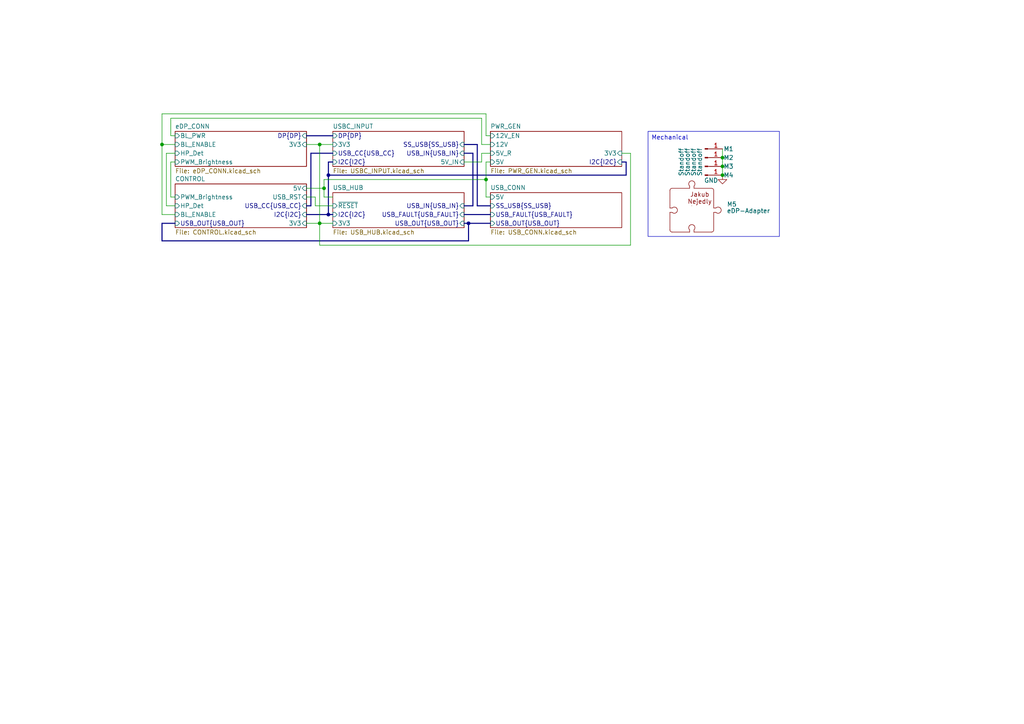
<source format=kicad_sch>
(kicad_sch (version 20250114) (generator "eeschema") (generator_version "9.0")
  (paper "A4")
  (lib_symbols
    (symbol "Connector:Conn_01x01_Pin" (pin_names (offset 1.016) (hide yes))
      (property "Reference" "J" (at 0 2.54 0))
      (property "Value" "Conn_01x01_Pin" (at 0 -2.54 0))
      (symbol "Conn_01x01_Pin_1_1"
        (rectangle (start 0.8636 0.127) (end 0 -0.127) (stroke (width 0.1524)) (fill (type outline)))
        (polyline (pts (xy 1.27 0) (xy 0.8636 0)) (stroke (width 0.1524)))
        (pin passive line (at 5.08 0 180) (length 3.81) (name "Pin_1") (number "1"))
      )
    )
    (symbol "PuzzLib:Logo"
      (property "Reference" "U" (at -2.794 3.302 0))
      (symbol "Logo_0_1"
        (polyline (pts (xy -6.35 0.635) (xy -6.35 5.715)))
        (polyline (pts (xy -6.35 0.635) (xy -5.715 0.635)))
        (polyline (pts (xy -6.35 -0.635) (xy -5.715 -0.635)))
        (polyline (pts (xy -6.35 -5.715) (xy -6.35 -0.635)))
        (polyline (pts (xy -5.715 6.35) (xy -0.635 6.35)))
        (arc (start -6.35 5.715) (mid -6.164 6.164) (end -5.715 6.35))
        (arc (start -5.715 -6.35) (mid -6.164 -6.164) (end -6.35 -5.715))
        (arc (start -4.445 0.635) (mid -4.182 0) (end -4.445 -0.635))
        (arc (start -4.445 -0.635) (mid -5.08 -0.898) (end -5.715 -0.635))
        (arc (start -5.715 0.635) (mid -5.08 0.898) (end -4.445 0.635))
        (polyline (pts (xy -0.635 6.35) (xy -0.635 6.985)))
        (polyline (pts (xy -0.635 -6.35) (xy -5.715 -6.35)))
        (polyline (pts (xy -0.635 -6.35) (xy -0.635 -5.715)))
        (arc (start 0.635 8.255) (mid 0.898 7.62) (end 0.635 6.985))
        (arc (start 0.635 -4.445) (mid 0.898 -5.08) (end 0.635 -5.715))
        (arc (start -0.635 6.985) (mid -0.898 7.62) (end -0.635 8.255))
        (arc (start -0.635 8.255) (mid 0 8.518) (end 0.635 8.255))
        (arc (start 0 1.27) (mid 0 1.27) (end 0 1.27))
        (arc (start -0.635 -5.715) (mid -0.898 -5.08) (end -0.635 -4.445))
        (arc (start -0.635 -4.445) (mid 0 -4.182) (end 0.635 -4.445))
        (polyline (pts (xy 0.635 6.35) (xy 0.635 6.985)))
        (polyline (pts (xy 0.635 6.35) (xy 5.715 6.35)))
        (polyline (pts (xy 0.635 -6.35) (xy 0.635 -5.715)))
        (polyline (pts (xy 0.635 -6.35) (xy 5.715 -6.35)))
        (arc (start 5.715 6.35) (mid 6.164 6.164) (end 6.35 5.715))
        (arc (start 6.35 -5.715) (mid 6.164 -6.164) (end 5.715 -6.35))
        (polyline (pts (xy 6.35 5.715) (xy 6.35 0.635)))
        (polyline (pts (xy 6.35 0.635) (xy 6.985 0.635)))
        (polyline (pts (xy 6.35 -0.635) (xy 6.35 -5.715)))
        (polyline (pts (xy 6.35 -0.635) (xy 6.985 -0.635)))
        (arc (start 8.255 -0.635) (mid 7.62 -0.898) (end 6.985 -0.635))
        (arc (start 8.255 0.635) (mid 8.518 0) (end 8.255 -0.635))
        (arc (start 6.985 0.635) (mid 7.62 0.898) (end 8.255 0.635))
      )
      (symbol "Logo_1_1"
        (text "Jakub\nNejedly" (at 2.286 3.556 0) (effects (font (size 1.27 1.27))))
      )
    )
    (symbol "power:GND" (power) (pin_names (offset 0))
      (property "Value" "GND" (at 0 -3.81 0))
      (symbol "GND_0_1"
        (polyline (pts (xy 0 0) (xy 0 -1.27) (xy 1.27 -1.27) (xy 0 -2.54) (xy -1.27 -1.27) (xy 0 -1.27)))
      )
      (symbol "GND_1_1"
        (pin power_in line (at 0 0 270) (length 0) (hide yes) (name "GND") (number "1"))
      )
    )
  )
  (bus_alias "DP" (members "0+" "0-" "1+" "1-" "2+" "2-" "3+" "3-" "AUX+" "AUX-"))
  (bus_alias "I2C" (members "SDA" "SCL"))
  (bus_alias "SS_USB" (members "TX+" "TX-" "RX+" "RX-"))
  (bus_alias "USB_CC" (members "_{1}" "_{2}"))
  (bus_alias "USB_FAULT" (members "EN[1..4]" "FAULT[1..4]"))
  (bus_alias "USB_IN" (members "+" "-"))
  (bus_alias "USB_OUT" (members "0+" "0-" "1+" "1-" "2+" "2-" "3+" "3-"))
  (text_box "Mechanical\n" (at 187.96 38.1 0) (size 38.1 30.48) (margins 0.9525 0.9525 0.9525 0.9525) (effects (font (size 1.27 1.27)) (justify left top)))
  (junction (at 209.55 45.72))
  (junction (at 92.71 64.77))
  (junction (at 95.25 62.23))
  (junction (at 92.71 41.91))
  (junction (at 95.25 50.8))
  (junction (at 140.97 52.07))
  (junction (at 135.89 64.77))
  (junction (at 46.99 41.91))
  (junction (at 93.98 54.61))
  (junction (at 209.55 48.26))
  (junction (at 209.55 50.8))
  (wire (pts (xy 50.8 44.45) (xy 48.26 44.45)))
  (bus (pts (xy 90.17 44.45) (xy 96.52 44.45)))
  (bus (pts (xy 95.25 62.23) (xy 96.52 62.23)))
  (bus (pts (xy 134.62 41.91) (xy 138.43 41.91)))
  (bus (pts (xy 138.43 59.69) (xy 142.24 59.69)))
  (bus (pts (xy 88.9 62.23) (xy 95.25 62.23)))
  (wire (pts (xy 88.9 64.77) (xy 92.71 64.77)))
  (bus (pts (xy 135.89 64.77) (xy 142.24 64.77)))
  (wire (pts (xy 92.71 71.12) (xy 182.88 71.12)))
  (bus (pts (xy 134.62 44.45) (xy 137.16 44.45)))
  (wire (pts (xy 142.24 57.15) (xy 140.97 57.15)))
  (wire (pts (xy 139.7 44.45) (xy 142.24 44.45)))
  (wire (pts (xy 140.97 57.15) (xy 140.97 52.07)))
  (wire (pts (xy 91.44 57.15) (xy 88.9 57.15)))
  (wire (pts (xy 46.99 33.02) (xy 46.99 41.91)))
  (wire (pts (xy 92.71 64.77) (xy 96.52 64.77)))
  (wire (pts (xy 182.88 44.45) (xy 182.88 71.12)))
  (wire (pts (xy 180.34 44.45) (xy 182.88 44.45)))
  (wire (pts (xy 140.97 33.02) (xy 46.99 33.02)))
  (wire (pts (xy 92.71 64.77) (xy 92.71 71.12)))
  (bus (pts (xy 137.16 59.69) (xy 134.62 59.69)))
  (wire (pts (xy 91.44 59.69) (xy 96.52 59.69)))
  (bus (pts (xy 95.25 50.8) (xy 181.61 50.8)))
  (wire (pts (xy 48.26 59.69) (xy 50.8 59.69)))
  (wire (pts (xy 88.9 41.91) (xy 92.71 41.91)))
  (bus (pts (xy 46.99 64.77) (xy 46.99 69.85)))
  (wire (pts (xy 93.98 57.15) (xy 93.98 54.61)))
  (wire (pts (xy 49.53 34.29) (xy 139.7 34.29)))
  (bus (pts (xy 90.17 59.69) (xy 88.9 59.69)))
  (bus (pts (xy 135.89 64.77) (xy 135.89 69.85)))
  (wire (pts (xy 140.97 46.99) (xy 140.97 52.07)))
  (wire (pts (xy 140.97 39.37) (xy 140.97 33.02)))
  (wire (pts (xy 209.55 48.26) (xy 209.55 50.8)))
  (bus (pts (xy 46.99 69.85) (xy 135.89 69.85)))
  (wire (pts (xy 46.99 41.91) (xy 50.8 41.91)))
  (wire (pts (xy 50.8 39.37) (xy 49.53 39.37)))
  (wire (pts (xy 209.55 45.72) (xy 209.55 48.26)))
  (wire (pts (xy 49.53 57.15) (xy 50.8 57.15)))
  (bus (pts (xy 88.9 39.37) (xy 96.52 39.37)))
  (bus (pts (xy 90.17 44.45) (xy 90.17 59.69)))
  (bus (pts (xy 137.16 44.45) (xy 137.16 59.69)))
  (bus (pts (xy 50.8 64.77) (xy 46.99 64.77)))
  (wire (pts (xy 91.44 59.69) (xy 91.44 57.15)))
  (wire (pts (xy 209.55 43.18) (xy 209.55 45.72)))
  (wire (pts (xy 93.98 52.07) (xy 140.97 52.07)))
  (wire (pts (xy 142.24 46.99) (xy 140.97 46.99)))
  (wire (pts (xy 49.53 46.99) (xy 49.53 57.15)))
  (wire (pts (xy 96.52 57.15) (xy 93.98 57.15)))
  (wire (pts (xy 139.7 46.99) (xy 134.62 46.99)))
  (wire (pts (xy 139.7 41.91) (xy 142.24 41.91)))
  (wire (pts (xy 93.98 52.07) (xy 93.98 54.61)))
  (wire (pts (xy 48.26 44.45) (xy 48.26 59.69)))
  (wire (pts (xy 50.8 62.23) (xy 46.99 62.23)))
  (bus (pts (xy 134.62 62.23) (xy 142.24 62.23)))
  (wire (pts (xy 46.99 62.23) (xy 46.99 41.91)))
  (bus (pts (xy 181.61 46.99) (xy 180.34 46.99)))
  (wire (pts (xy 49.53 39.37) (xy 49.53 34.29)))
  (wire (pts (xy 88.9 54.61) (xy 93.98 54.61)))
  (bus (pts (xy 96.52 46.99) (xy 95.25 46.99)))
  (wire (pts (xy 139.7 34.29) (xy 139.7 41.91)))
  (wire (pts (xy 92.71 41.91) (xy 92.71 64.77)))
  (wire (pts (xy 50.8 46.99) (xy 49.53 46.99)))
  (wire (pts (xy 142.24 39.37) (xy 140.97 39.37)))
  (bus (pts (xy 138.43 41.91) (xy 138.43 59.69)))
  (bus (pts (xy 95.25 50.8) (xy 95.25 62.23)))
  (wire (pts (xy 92.71 41.91) (xy 96.52 41.91)))
  (wire (pts (xy 139.7 44.45) (xy 139.7 46.99)))
  (bus (pts (xy 135.89 64.77) (xy 134.62 64.77)))
  (bus (pts (xy 181.61 50.8) (xy 181.61 46.99)))
  (bus (pts (xy 95.25 46.99) (xy 95.25 50.8)))
  (symbol (lib_id "Connector:Conn_01x01_Pin") (at 204.47 50.8 0) (unit 1)
    (property "Reference" "M4" (at 211.328 50.8 0))
    (property "Value" "Standoff" (at 202.946 46.99 90))
    (property "Footprint" "PuzzLib:MS04-M2-2" (effects (hide yes)))
    (property "Description" "Generic connector, single row, 01x01, script generated" (effects (hide yes)))
  )
  (symbol (lib_id "Connector:Conn_01x01_Pin") (at 204.47 45.72 0) (unit 1)
    (property "Reference" "M2" (at 211.328 45.72 0))
    (property "Value" "Standoff" (at 199.39 46.99 90))
    (property "Footprint" "PuzzLib:MS04-M2-2" (effects (hide yes)))
    (property "Description" "Generic connector, single row, 01x01, script generated" (effects (hide yes)))
  )
  (symbol (lib_id "Connector:Conn_01x01_Pin") (at 204.47 43.18 0) (unit 1)
    (property "Reference" "M1" (at 211.328 43.18 0))
    (property "Value" "Standoff" (at 197.612 46.99 90))
    (property "Footprint" "PuzzLib:MS04-M2-2" (effects (hide yes)))
    (property "Description" "Generic connector, single row, 01x01, script generated" (effects (hide yes)))
  )
  (symbol (lib_id "power:GND") (at 209.55 50.8 0) (unit 1)
    (property "Reference" "#PWR012" (effects (hide yes)))
    (property "Value" "GND" (at 206.248 52.324 0))
  )
  (symbol (lib_id "PuzzLib:Logo") (at 200.66 60.96 0) (unit 1)
    (property "Reference" "M5" (at 210.82 59.2409 0) (effects (justify left)))
    (property "Value" "eDP-Adapter" (at 210.82 61.146 0) (effects (justify left)))
    (property "Footprint" "PuzzLib:Logo" (effects (hide yes)))
  )
  (symbol (lib_id "Connector:Conn_01x01_Pin") (at 204.47 48.26 0) (unit 1)
    (property "Reference" "M3" (at 211.328 48.26 0))
    (property "Value" "Standoff" (at 201.168 46.99 90))
    (property "Footprint" "PuzzLib:MS04-M2-2" (effects (hide yes)))
    (property "Description" "Generic connector, single row, 01x01, script generated" (effects (hide yes)))
  )
  (sheet (at 50.8 38.1) (size 38.1 10.16) (stroke (width 0.1524))
    (property "Sheetname" "eDP_CONN" (at 50.8 37.3884 0) (effects (justify left bottom)))
    (property "Sheetfile" "eDP_CONN.kicad_sch" (at 50.8 48.8446 0) (effects (justify left top)))
    (pin "3V3" input (at 88.9 41.91 0))
    (pin "BL_ENABLE" input (at 50.8 41.91 180))
    (pin "BL_PWR" input (at 50.8 39.37 180))
    (pin "DP{DP}" input (at 88.9 39.37 0))
    (pin "HP_Det" input (at 50.8 44.45 180))
    (pin "PWM_Brightness" input (at 50.8 46.99 180))
  )
  (sheet (at 96.52 55.88) (size 38.1 10.16) (stroke (width 0.1524))
    (property "Sheetname" "USB_HUB" (at 96.52 55.1684 0) (effects (justify left bottom)))
    (property "Sheetfile" "USB_HUB.kicad_sch" (at 96.52 66.6246 0) (effects (justify left top)))
    (pin "3V3" input (at 96.52 64.77 180))
    (pin "I2C{I2C}" input (at 96.52 62.23 180))
    (pin "USB_IN{USB_IN}" input (at 134.62 59.69 0))
    (pin "USB_OUT{USB_OUT}" input (at 134.62 64.77 0))
    (pin "~{RESET}" input (at 96.52 59.69 180))
    (pin "USB_FAULT{USB_FAULT}" input (at 134.62 62.23 0))
  )
  (sheet (at 50.8 53.34) (size 38.1 12.7) (stroke (width 0.1524))
    (property "Sheetname" "CONTROL" (at 50.8 52.6284 0) (effects (justify left bottom)))
    (property "Sheetfile" "CONTROL.kicad_sch" (at 50.8 66.6246 0) (effects (justify left top)))
    (pin "3V3" input (at 88.9 64.77 0))
    (pin "BL_ENABLE" input (at 50.8 62.23 180))
    (pin "HP_Det" input (at 50.8 59.69 180))
    (pin "I2C{I2C}" input (at 88.9 62.23 0))
    (pin "PWM_Brightness" input (at 50.8 57.15 180))
    (pin "USB_CC{USB_CC}" input (at 88.9 59.69 0))
    (pin "USB_OUT{USB_OUT}" input (at 50.8 64.77 180))
    (pin "5V" input (at 88.9 54.61 0))
    (pin "USB_RST" input (at 88.9 57.15 0))
  )
  (sheet (at 96.52 38.1) (size 38.1 10.16) (stroke (width 0.1524))
    (property "Sheetname" "USBC_INPUT" (at 96.52 37.3884 0) (effects (justify left bottom)))
    (property "Sheetfile" "USBC_INPUT.kicad_sch" (at 96.52 48.8446 0) (effects (justify left top)))
    (pin "3V3" input (at 96.52 41.91 180))
    (pin "5V_IN" input (at 134.62 46.99 0))
    (pin "DP{DP}" input (at 96.52 39.37 180))
    (pin "I2C{I2C}" input (at 96.52 46.99 180))
    (pin "SS_USB{SS_USB}" input (at 134.62 41.91 0))
    (pin "USB_CC{USB_CC}" input (at 96.52 44.45 180))
    (pin "USB_IN{USB_IN}" input (at 134.62 44.45 0))
  )
  (sheet (at 142.24 38.1) (size 38.1 10.16) (stroke (width 0.1524))
    (property "Sheetname" "PWR_GEN" (at 142.24 37.3884 0) (effects (justify left bottom)))
    (property "Sheetfile" "PWR_GEN.kicad_sch" (at 142.24 48.8446 0) (effects (justify left top)))
    (pin "3V3" input (at 180.34 44.45 0))
    (pin "12V" input (at 142.24 41.91 180))
    (pin "12V_EN" input (at 142.24 39.37 180))
    (pin "5V_R" input (at 142.24 44.45 180))
    (pin "5V" input (at 142.24 46.99 180))
    (pin "I2C{I2C}" input (at 180.34 46.99 0))
  )
  (sheet (at 142.24 55.88) (size 38.1 10.16) (stroke (width 0.1524))
    (property "Sheetname" "USB_CONN" (at 142.24 55.1684 0) (effects (justify left bottom)))
    (property "Sheetfile" "USB_CONN.kicad_sch" (at 142.24 66.6246 0) (effects (justify left top)))
    (pin "SS_USB{SS_USB}" input (at 142.24 59.69 180))
    (pin "USB_OUT{USB_OUT}" input (at 142.24 64.77 180))
    (pin "5V" input (at 142.24 57.15 180))
    (pin "USB_FAULT{USB_FAULT}" input (at 142.24 62.23 180))
  )
)
</source>
